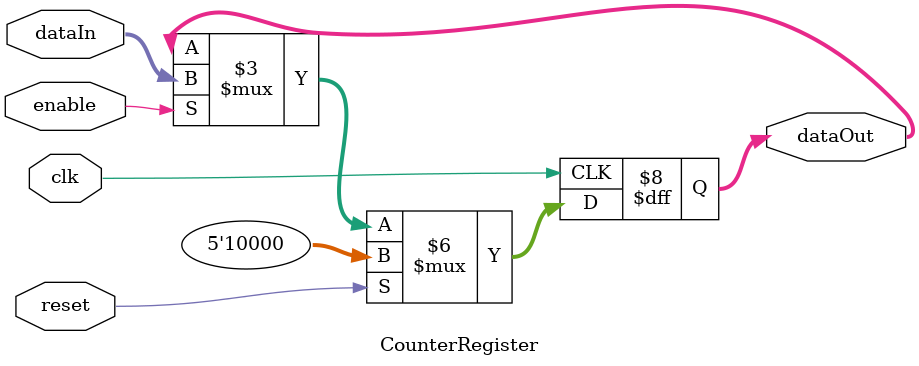
<source format=v>

module CounterRegister (clk, reset, dataIn, dataOut, enable);

	parameter size = 5;
	parameter default_Value = 48;

	input clk, reset, enable;

	input [size - 1 : 0] dataIn;
	
	output reg [size - 1 : 0] dataOut;

	always @ (posedge clk) begin
		if (reset) dataOut <= default_Value;
		else if (enable) dataOut <= dataIn;
		else dataOut <= dataOut;
	end

endmodule
		

</source>
